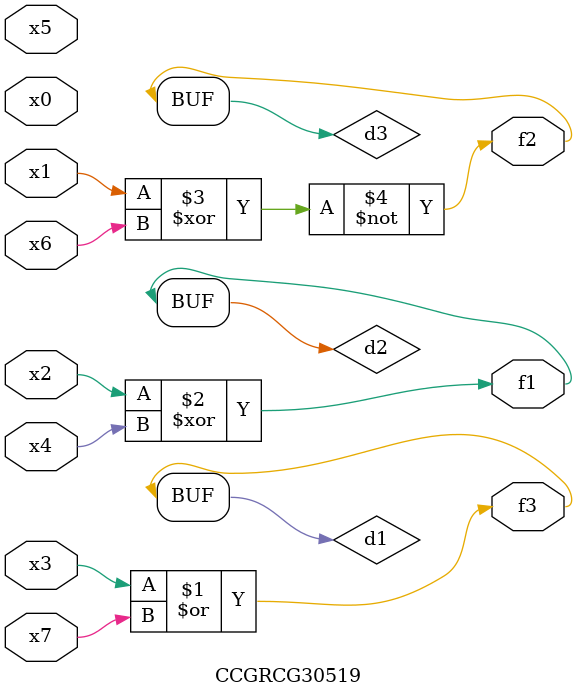
<source format=v>
module CCGRCG30519(
	input x0, x1, x2, x3, x4, x5, x6, x7,
	output f1, f2, f3
);

	wire d1, d2, d3;

	or (d1, x3, x7);
	xor (d2, x2, x4);
	xnor (d3, x1, x6);
	assign f1 = d2;
	assign f2 = d3;
	assign f3 = d1;
endmodule

</source>
